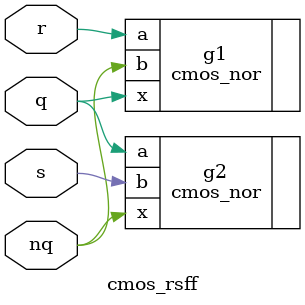
<source format=v>

module nmos_rsff (s, r, q, nq);

	input s;
	input r;
	inout q;
	inout nq;

	nmos_nor g1 (.x(q), .a(r), .b(nq) );
	nmos_nor g2 (.x(nq), .a(q), .b(s) );

endmodule // nmos_rsff

module cmos_rsff (s, r, q, nq);

	input s;
	input r;
	inout q;
	inout nq;

	cmos_nor g1 (.x(q), .a(r), .b(nq) );
	cmos_nor g2 (.x(nq), .a(q), .b(s) );

endmodule // cmos_rsff

</source>
